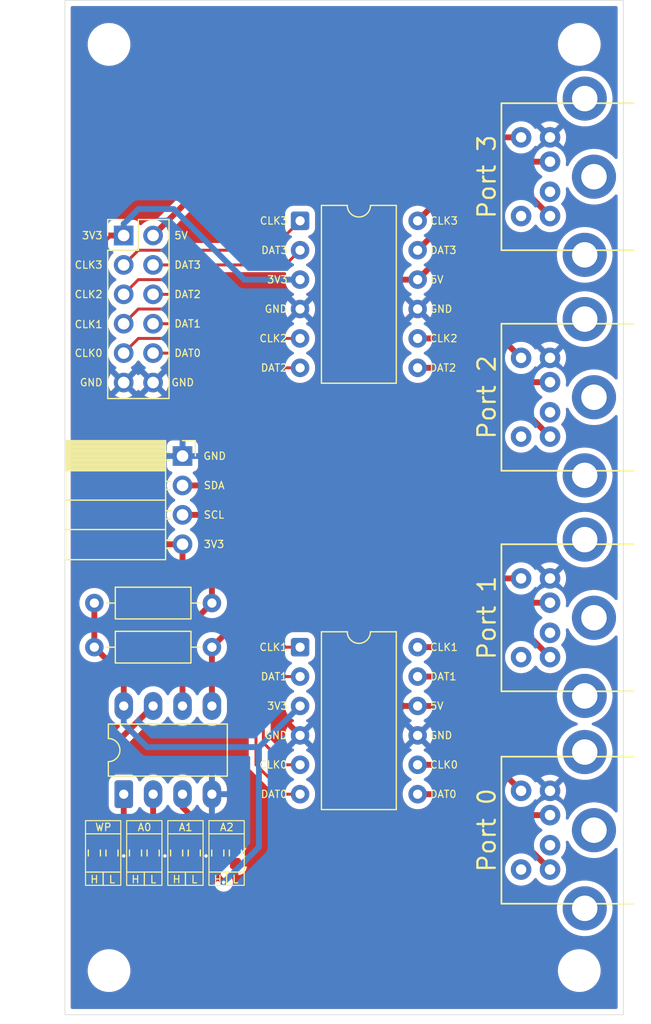
<source format=kicad_pcb>
(kicad_pcb (version 20241229) (generator "pcbnew") (generator_version "9.0")
  (layers (0 "F.Cu" signal) (2 "B.Cu" signal) (13 "F.Paste" user) (15 "B.Paste" user) (5 "F.SilkS" user "F.Silkscreen") (7 "B.SilkS" user "B.Silkscreen") (1 "F.Mask" user) (3 "B.Mask" user) (25 "Edge.Cuts" user))
  (net 0 "")
  (net 1 "/CLK1_{3V3}")
  (net 2 "/CLK3_{3V3}")
  (net 3 "GND")
  (net 4 "/DATA1_{3V3}")
  (net 5 "/CLK0_{3V3}")
  (net 6 "+3V3")
  (net 7 "/DATA2_{3V3}")
  (net 8 "/DATA0_{3V3}")
  (net 9 "/CLK2_{3V3}")
  (net 10 "/DATA0_{5V}")
  (net 11 "/CLK0_{5V}")
  (net 12 "+5V")
  (net 13 "/DATA1_{5V}")
  (net 14 "/CLK1_{5V}")
  (net 15 "/DATA3_{3V3}")
  (net 16 "/CLK3_{5V}")
  (net 17 "/CLK2_{5V}")
  (net 18 "/DATA2_{5V}")
  (net 19 "/DATA3_{5V}")
  (net 20 "/SDA")
  (net 21 "/SCL")
  (net 28 "/EE_{A2}")
  (net 29 "/EE_{A1}")
  (net 30 "/EE_{A0}")
  (net 31 "/EE_{WP}")
  (footprint "Resistor_THT:R_Axial_DIN0207_L6.3mm_D2.5mm_P10.16mm_Horizontal" (layer "F.Cu") (at 116.84 68.58)
    (property "Reference" "R109" (hide yes))
    (property "Value" "10K")
    (fp_line (start 1.04 0) (end 1.81 0) (stroke (width 0.12)) (layer "F.SilkS"))
    (fp_line (start 9.12 0) (end 8.35 0) (stroke (width 0.12)) (layer "F.SilkS"))
    (fp_rect (start 1.81 -1.37) (end 8.35 1.37) (stroke (width 0.12)) (fill no) (layer "F.SilkS"))
    (pad "1" thru_hole circle (at 0 0) (size 1.6 1.6) (drill 0.8) (layers "*.Cu" "*.Mask") (net 6 "+3V3"))
    (pad "2" thru_hole circle (at 10.16 0) (size 1.6 1.6) (drill 0.8) (layers "*.Cu" "*.Mask") (net 21 "/SCL"))
  )
  (footprint "MountingHole:MountingHole_3.2mm_M3_ISO7380" (layer "F.Cu") (at 158.75 100.33)
    (property "Reference" "H104" (hide yes))
    (property "Value" "M3")
    (pad "" np_thru_hole circle (at 0 0) (size 3.2 3.2) (drill 3.2) (layers "*.Cu" "*.Mask"))
  )
  (footprint "MountingHole:MountingHole_3.2mm_M3_ISO7380" (layer "F.Cu") (at 118.11 20.32)
    (property "Reference" "H101" (hide yes))
    (property "Value" "M3")
    (pad "" np_thru_hole circle (at 0 0) (size 3.2 3.2) (drill 3.2) (layers "*.Cu" "*.Mask"))
  )
  (footprint "Resistor_THT:R_Axial_DIN0207_L6.3mm_D2.5mm_P10.16mm_Horizontal" (layer "F.Cu") (at 116.84 72.39)
    (property "Reference" "R110" (hide yes))
    (property "Value" "10K")
    (fp_line (start 1.04 0) (end 1.81 0) (stroke (width 0.12)) (layer "F.SilkS"))
    (fp_line (start 9.12 0) (end 8.35 0) (stroke (width 0.12)) (layer "F.SilkS"))
    (fp_rect (start 1.81 -1.37) (end 8.35 1.37) (stroke (width 0.12)) (fill no) (layer "F.SilkS"))
    (pad "1" thru_hole circle (at 0 0) (size 1.6 1.6) (drill 0.8) (layers "*.Cu" "*.Mask") (net 6 "+3V3"))
    (pad "2" thru_hole circle (at 10.16 0) (size 1.6 1.6) (drill 0.8) (layers "*.Cu" "*.Mask") (net 20 "/SDA"))
  )
  (footprint "Resistor_SMD:R_0603_1608Metric_Pad0.98x0.95mm_HandSolder" (layer "F.Cu") (at 116.84 90.17 90)
    (property "Reference" "R107" (hide yes))
    (property "Value" "10K")
    (fp_line (start -0.254724 -0.5225) (end 0.254724 -0.5225) (stroke (width 0.12)) (layer "F.SilkS"))
    (fp_line (start -0.254724 0.5225) (end 0.254724 0.5225) (stroke (width 0.12)) (layer "F.SilkS"))
    (pad "1" smd roundrect (at -0.9125 0 90) (size 0.975 0.95) (layers "F.Cu" "F.Mask" "F.Paste") (net 6 "+3V3"))
    (pad "2" smd roundrect (at 0.9125 0 90) (size 0.975 0.95) (layers "F.Cu" "F.Mask" "F.Paste") (net 31 "/EE_{WP}"))
  )
  (footprint "Resistor_SMD:R_0603_1608Metric_Pad0.98x0.95mm_HandSolder" (layer "F.Cu") (at 127.508 90.17 90)
    (property "Reference" "R101" (hide yes))
    (property "Value" "10K")
    (fp_line (start -0.254724 -0.5225) (end 0.254724 -0.5225) (stroke (width 0.12)) (layer "F.SilkS"))
    (fp_line (start -0.254724 0.5225) (end 0.254724 0.5225) (stroke (width 0.12)) (layer "F.SilkS"))
    (pad "1" smd roundrect (at -0.9125 0 90) (size 0.975 0.95) (layers "F.Cu" "F.Mask" "F.Paste") (net 6 "+3V3"))
    (pad "2" smd roundrect (at 0.9125 0 90) (size 0.975 0.95) (layers "F.Cu" "F.Mask" "F.Paste") (net 28 "/EE_{A2}"))
  )
  (footprint "Footprints:J_Mini-DIN-6" (layer "F.Cu") (at 164.72 50.8 -90)
    (property "Reference" "J105" (hide yes))
    (property "Value" "Mini-DIN-6" (hide yes))
    (fp_line (start -6.35 12.7) (end 6.35 12.7) (stroke (width 0.15)) (layer "F.SilkS"))
    (fp_line (start 6.35 12.7) (end 6.35 1.27) (stroke (width 0.15)) (layer "F.SilkS"))
    (fp_line (start -6.35 1.27) (end -6.35 12.7) (stroke (width 0.15)) (layer "F.SilkS"))
    (pad "1" thru_hole circle (at -1.3 8.5 270) (size 1.778 1.778) (drill 0.9) (layers "*.Cu" "*.Mask") (net 18 "/DATA2_{5V}"))
    (pad "2" thru_hole circle (at 1.3 8.5 270) (size 1.778 1.778) (drill 0.9) (layers "*.Cu" "*.Mask"))
    (pad "3" thru_hole circle (at -3.4 8.5 270) (size 1.778 1.778) (drill 0.9) (layers "*.Cu" "*.Mask") (net 3 "GND"))
    (pad "4" thru_hole circle (at 3.4 8.5 270) (size 1.778 1.778) (drill 0.9) (layers "*.Cu" "*.Mask") (net 12 "+5V"))
    (pad "5" thru_hole circle (at -3.4 11 270) (size 1.778 1.778) (drill 0.9) (layers "*.Cu" "*.Mask") (net 17 "/CLK2_{5V}"))
    (pad "6" thru_hole circle (at 3.4 11 270) (size 1.778 1.778) (drill 0.9) (layers "*.Cu" "*.Mask"))
    (pad "C1" thru_hole circle (at -6.75 5.5 270) (size 3.81 3.81) (drill 2.2) (layers "*.Cu" "*.Mask"))
    (pad "C2" thru_hole circle (at 6.75 5.5 270) (size 3.81 3.81) (drill 2.2) (layers "*.Cu" "*.Mask"))
    (pad "SH" thru_hole circle (at 0 4.7 270) (size 3.81 3.81) (drill 2.2) (layers "*.Cu" "*.Mask"))
  )
  (footprint "Package_DIP:DIP-12_W10.16mm" (layer "F.Cu") (at 134.62 35.56)
    (property "Reference" "J107" (hide yes))
    (property "Value" "LVLSHIFT")
    (fp_line (start 1.845 -1.33) (end 1.845 14.03) (stroke (width 0.12)) (layer "F.SilkS"))
    (fp_line (start 1.845 14.03) (end 8.315 14.03) (stroke (width 0.12)) (layer "F.SilkS"))
    (fp_line (start 4.08 -1.33) (end 1.845 -1.33) (stroke (width 0.12)) (layer "F.SilkS"))
    (fp_line (start 8.315 -1.33) (end 6.08 -1.33) (stroke (width 0.12)) (layer "F.SilkS"))
    (fp_line (start 8.315 14.03) (end 8.315 -1.33) (stroke (width 0.12)) (layer "F.SilkS"))
    (fp_arc (start 6.08 -1.33) (mid 5.08 -0.33) (end 4.08 -1.33) (stroke (width 0.12)) (layer "F.SilkS"))
    (pad "1" thru_hole roundrect (at 0 0) (size 1.6 1.6) (drill 0.8) (layers "*.Cu" "*.Mask") (roundrect_rratio 0.15625) (net 2 "/CLK3_{3V3}"))
    (pad "2" thru_hole circle (at 0 2.54) (size 1.6 1.6) (drill 0.8) (layers "*.Cu" "*.Mask") (net 15 "/DATA3_{3V3}"))
    (pad "3" thru_hole circle (at 0 5.08) (size 1.6 1.6) (drill 0.8) (layers "*.Cu" "*.Mask") (net 6 "+3V3"))
    (pad "4" thru_hole circle (at 0 7.62) (size 1.6 1.6) (drill 0.8) (layers "*.Cu" "*.Mask") (net 3 "GND"))
    (pad "5" thru_hole circle (at 0 10.16) (size 1.6 1.6) (drill 0.8) (layers "*.Cu" "*.Mask") (net 9 "/CLK2_{3V3}"))
    (pad "6" thru_hole circle (at 0 12.7) (size 1.6 1.6) (drill 0.8) (layers "*.Cu" "*.Mask") (net 7 "/DATA2_{3V3}"))
    (pad "7" thru_hole circle (at 10.16 12.7) (size 1.6 1.6) (drill 0.8) (layers "*.Cu" "*.Mask") (net 18 "/DATA2_{5V}"))
    (pad "8" thru_hole circle (at 10.16 10.16) (size 1.6 1.6) (drill 0.8) (layers "*.Cu" "*.Mask") (net 17 "/CLK2_{5V}"))
    (pad "9" thru_hole circle (at 10.16 7.62) (size 1.6 1.6) (drill 0.8) (layers "*.Cu" "*.Mask") (net 3 "GND"))
    (pad "10" thru_hole circle (at 10.16 5.08) (size 1.6 1.6) (drill 0.8) (layers "*.Cu" "*.Mask") (net 12 "+5V"))
    (pad "11" thru_hole circle (at 10.16 2.54) (size 1.6 1.6) (drill 0.8) (layers "*.Cu" "*.Mask") (net 19 "/DATA3_{5V}"))
    (pad "12" thru_hole circle (at 10.16 0) (size 1.6 1.6) (drill 0.8) (layers "*.Cu" "*.Mask") (net 16 "/CLK3_{5V}"))
  )
  (footprint "Footprints:J_Mini-DIN-6" (layer "F.Cu") (at 164.72 69.85 -90)
    (property "Reference" "J102" (hide yes))
    (property "Value" "Mini-DIN-6" (hide yes))
    (fp_line (start -6.35 12.7) (end 6.35 12.7) (stroke (width 0.15)) (layer "F.SilkS"))
    (fp_line (start 6.35 12.7) (end 6.35 1.27) (stroke (width 0.15)) (layer "F.SilkS"))
    (fp_line (start -6.35 1.27) (end -6.35 12.7) (stroke (width 0.15)) (layer "F.SilkS"))
    (pad "1" thru_hole circle (at -1.3 8.5 270) (size 1.778 1.778) (drill 0.9) (layers "*.Cu" "*.Mask") (net 13 "/DATA1_{5V}"))
    (pad "2" thru_hole circle (at 1.3 8.5 270) (size 1.778 1.778) (drill 0.9) (layers "*.Cu" "*.Mask"))
    (pad "3" thru_hole circle (at -3.4 8.5 270) (size 1.778 1.778) (drill 0.9) (layers "*.Cu" "*.Mask") (net 3 "GND"))
    (pad "4" thru_hole circle (at 3.4 8.5 270) (size 1.778 1.778) (drill 0.9) (layers "*.Cu" "*.Mask") (net 12 "+5V"))
    (pad "5" thru_hole circle (at -3.4 11 270) (size 1.778 1.778) (drill 0.9) (layers "*.Cu" "*.Mask") (net 14 "/CLK1_{5V}"))
    (pad "6" thru_hole circle (at 3.4 11 270) (size 1.778 1.778) (drill 0.9) (layers "*.Cu" "*.Mask"))
    (pad "C1" thru_hole circle (at -6.75 5.5 270) (size 3.81 3.81) (drill 2.2) (layers "*.Cu" "*.Mask"))
    (pad "C2" thru_hole circle (at 6.75 5.5 270) (size 3.81 3.81) (drill 2.2) (layers "*.Cu" "*.Mask"))
    (pad "SH" thru_hole circle (at 0 4.7 270) (size 3.81 3.81) (drill 2.2) (layers "*.Cu" "*.Mask"))
  )
  (footprint "Resistor_SMD:R_0603_1608Metric_Pad0.98x0.95mm_HandSolder" (layer "F.Cu") (at 125.476 90.17 -90)
    (property "Reference" "R105" (hide yes))
    (property "Value" "10K")
    (fp_line (start -0.254724 0.5225) (end 0.254724 0.5225) (stroke (width 0.12)) (layer "F.SilkS"))
    (fp_line (start -0.254724 -0.5225) (end 0.254724 -0.5225) (stroke (width 0.12)) (layer "F.SilkS"))
    (pad "1" smd roundrect (at -0.9125 0 270) (size 0.975 0.95) (layers "F.Cu" "F.Mask" "F.Paste") (net 29 "/EE_{A1}"))
    (pad "2" smd roundrect (at 0.9125 0 270) (size 0.975 0.95) (layers "F.Cu" "F.Mask" "F.Paste") (net 3 "GND"))
  )
  (footprint "MountingHole:MountingHole_3.2mm_M3_ISO7380" (layer "F.Cu") (at 118.11 100.33)
    (property "Reference" "H103" (hide yes))
    (property "Value" "M3")
    (pad "" np_thru_hole circle (at 0 0) (size 3.2 3.2) (drill 3.2) (layers "*.Cu" "*.Mask"))
  )
  (footprint "MountingHole:MountingHole_3.2mm_M3_ISO7380" (layer "F.Cu") (at 158.75 20.32 -90)
    (property "Reference" "H102" (hide yes))
    (property "Value" "M3")
    (pad "" np_thru_hole circle (at 0 0 270) (size 3.2 3.2) (drill 3.2) (layers "*.Cu" "*.Mask"))
  )
  (footprint "Footprints:J_Mini-DIN-6" (layer "F.Cu") (at 164.72 31.75 -90)
    (property "Reference" "J104" (hide yes))
    (property "Value" "Mini-DIN-6" (hide yes))
    (fp_line (start -6.35 12.7) (end 6.35 12.7) (stroke (width 0.15)) (layer "F.SilkS"))
    (fp_line (start 6.35 12.7) (end 6.35 1.27) (stroke (width 0.15)) (layer "F.SilkS"))
    (fp_line (start -6.35 1.27) (end -6.35 12.7) (stroke (width 0.15)) (layer "F.SilkS"))
    (pad "1" thru_hole circle (at -1.3 8.5 270) (size 1.778 1.778) (drill 0.9) (layers "*.Cu" "*.Mask") (net 19 "/DATA3_{5V}"))
    (pad "2" thru_hole circle (at 1.3 8.5 270) (size 1.778 1.778) (drill 0.9) (layers "*.Cu" "*.Mask"))
    (pad "3" thru_hole circle (at -3.4 8.5 270) (size 1.778 1.778) (drill 0.9) (layers "*.Cu" "*.Mask") (net 3 "GND"))
    (pad "4" thru_hole circle (at 3.4 8.5 270) (size 1.778 1.778) (drill 0.9) (layers "*.Cu" "*.Mask") (net 12 "+5V"))
    (pad "5" thru_hole circle (at -3.4 11 270) (size 1.778 1.778) (drill 0.9) (layers "*.Cu" "*.Mask") (net 16 "/CLK3_{5V}"))
    (pad "6" thru_hole circle (at 3.4 11 270) (size 1.778 1.778) (drill 0.9) (layers "*.Cu" "*.Mask"))
    (pad "C1" thru_hole circle (at -6.75 5.5 270) (size 3.81 3.81) (drill 2.2) (layers "*.Cu" "*.Mask"))
    (pad "C2" thru_hole circle (at 6.75 5.5 270) (size 3.81 3.81) (drill 2.2) (layers "*.Cu" "*.Mask"))
    (pad "SH" thru_hole circle (at 0 4.7 270) (size 3.81 3.81) (drill 2.2) (layers "*.Cu" "*.Mask"))
  )
  (footprint "Package_DIP:DIP-8_W7.62mm_LongPads" (layer "F.Cu") (at 119.38 85.09 90)
    (property "Reference" "U101" (hide yes))
    (property "Value" "24LC64")
    (fp_line (start 6.06 -1.33) (end 4.81 -1.33) (stroke (width 0.12)) (layer "F.SilkS"))
    (fp_line (start 2.81 -1.33) (end 1.56 -1.33) (stroke (width 0.12)) (layer "F.SilkS"))
    (fp_line (start 1.56 -1.33) (end 1.56 8.95) (stroke (width 0.12)) (layer "F.SilkS"))
    (fp_line (start 6.06 8.95) (end 6.06 -1.33) (stroke (width 0.12)) (layer "F.SilkS"))
    (fp_line (start 1.56 8.95) (end 6.06 8.95) (stroke (width 0.12)) (layer "F.SilkS"))
    (fp_arc (start 4.81 -1.33) (mid 3.81 -0.33) (end 2.81 -1.33) (stroke (width 0.12)) (layer "F.SilkS"))
    (pad "1" thru_hole roundrect (at 0 0 90) (size 2.4 1.6) (drill 0.8) (layers "*.Cu" "*.Mask") (roundrect_rratio 0.15625) (net 30 "/EE_{A0}"))
    (pad "2" thru_hole oval (at 0 2.54 90) (size 2.4 1.6) (drill 0.8) (layers "*.Cu" "*.Mask") (net 29 "/EE_{A1}"))
    (pad "3" thru_hole oval (at 0 5.08 90) (size 2.4 1.6) (drill 0.8) (layers "*.Cu" "*.Mask") (net 28 "/EE_{A2}"))
    (pad "4" thru_hole oval (at 0 7.62 90) (size 2.4 1.6) (drill 0.8) (layers "*.Cu" "*.Mask") (net 3 "GND"))
    (pad "5" thru_hole oval (at 7.62 7.62 90) (size 2.4 1.6) (drill 0.8) (layers "*.Cu" "*.Mask") (net 20 "/SDA"))
    (pad "6" thru_hole oval (at 7.62 5.08 90) (size 2.4 1.6) (drill 0.8) (layers "*.Cu" "*.Mask") (net 21 "/SCL"))
    (pad "7" thru_hole oval (at 7.62 2.54 90) (size 2.4 1.6) (drill 0.8) (layers "*.Cu" "*.Mask") (net 31 "/EE_{WP}"))
    (pad "8" thru_hole oval (at 7.62 0 90) (size 2.4 1.6) (drill 0.8) (layers "*.Cu" "*.Mask") (net 6 "+3V3"))
  )
  (footprint "Resistor_SMD:R_0603_1608Metric_Pad0.98x0.95mm_HandSolder" (layer "F.Cu") (at 129.032 90.17 -90)
    (property "Reference" "R104" (hide yes))
    (property "Value" "10K")
    (fp_line (start -0.254724 0.5225) (end 0.254724 0.5225) (stroke (width 0.12)) (layer "F.SilkS"))
    (fp_line (start -0.254724 -0.5225) (end 0.254724 -0.5225) (stroke (width 0.12)) (layer "F.SilkS"))
    (pad "1" smd roundrect (at -0.9125 0 270) (size 0.975 0.95) (layers "F.Cu" "F.Mask" "F.Paste") (net 28 "/EE_{A2}"))
    (pad "2" smd roundrect (at 0.9125 0 270) (size 0.975 0.95) (layers "F.Cu" "F.Mask" "F.Paste") (net 3 "GND"))
  )
  (footprint "Connector_PinSocket_2.54mm:PinSocket_1x04_P2.54mm_Horizontal" (layer "F.Cu") (at 124.46 55.88)
    (property "Reference" "J108" (hide yes))
    (property "Value" "QWIIC")
    (fp_line (start -10.09 -1.33) (end -10.09 8.95) (stroke (width 0.12)) (layer "F.SilkS"))
    (fp_line (start -10.09 -1.33) (end -1.46 -1.33) (stroke (width 0.12)) (layer "F.SilkS"))
    (fp_line (start -10.09 -1.21) (end -1.46 -1.21) (stroke (width 0.12)) (layer "F.SilkS"))
    (fp_line (start -10.09 -1.091905) (end -1.46 -1.091905) (stroke (width 0.12)) (layer "F.SilkS"))
    (fp_line (start -10.09 -0.97381) (end -1.46 -0.97381) (stroke (width 0.12)) (layer "F.SilkS"))
    (fp_line (start -10.09 -0.855715) (end -1.46 -0.855715) (stroke (width 0.12)) (layer "F.SilkS"))
    (fp_line (start -10.09 -0.73762) (end -1.46 -0.73762) (stroke (width 0.12)) (layer "F.SilkS"))
    (fp_line (start -10.09 -0.619525) (end -1.46 -0.619525) (stroke (width 0.12)) (layer "F.SilkS"))
    (fp_line (start -10.09 -0.50143) (end -1.46 -0.50143) (stroke (width 0.12)) (layer "F.SilkS"))
    (fp_line (start -10.09 -0.383335) (end -1.46 -0.383335) (stroke (width 0.12)) (layer "F.SilkS"))
    (fp_line (start -10.09 -0.26524) (end -1.46 -0.26524) (stroke (width 0.12)) (layer "F.SilkS"))
    (fp_line (start -10.09 -0.147145) (end -1.46 -0.147145) (stroke (width 0.12)) (layer "F.SilkS"))
    (fp_line (start -10.09 -0.02905) (end -1.46 -0.02905) (stroke (width 0.12)) (layer "F.SilkS"))
    (fp_line (start -10.09 0.089045) (end -1.46 0.089045) (stroke (width 0.12)) (layer "F.SilkS"))
    (fp_line (start -10.09 0.20714) (end -1.46 0.20714) (stroke (width 0.12)) (layer "F.SilkS"))
    (fp_line (start -10.09 0.325235) (end -1.46 0.325235) (stroke (width 0.12)) (layer "F.SilkS"))
    (fp_line (start -10.09 0.44333) (end -1.46 0.44333) (stroke (width 0.12)) (layer "F.SilkS"))
    (fp_line (start -10.09 0.561425) (end -1.46 0.561425) (stroke (width 0.12)) (layer "F.SilkS"))
    (fp_line (start -10.09 0.67952) (end -1.46 0.67952) (stroke (width 0.12)) (layer "F.SilkS"))
    (fp_line (start -10.09 0.797615) (end -1.46 0.797615) (stroke (width 0.12)) (layer "F.SilkS"))
    (fp_line (start -10.09 0.91571) (end -1.46 0.91571) (stroke (width 0.12)) (layer "F.SilkS"))
    (fp_line (start -10.09 1.033805) (end -1.46 1.033805) (stroke (width 0.12)) (layer "F.SilkS"))
    (fp_line (start -10.09 1.1519) (end -1.46 1.1519) (stroke (width 0.12)) (layer "F.SilkS"))
    (fp_line (start -10.09 1.27) (end -1.46 1.27) (stroke (width 0.12)) (layer "F.SilkS"))
    (fp_line (start -10.09 3.81) (end -1.46 3.81) (stroke (width 0.12)) (layer "F.SilkS"))
    (fp_line (start -10.09 6.35) (end -1.46 6.35) (stroke (width 0.12)) (layer "F.SilkS"))
    (fp_line (start -10.09 8.95) (end -1.46 8.95) (stroke (width 0.12)) (layer "F.SilkS"))
    (fp_line (start -1.46 -1.33) (end -1.46 8.95) (stroke (width 0.12)) (layer "F.SilkS"))
    (fp_line (start -1.46 -0.36) (end -1.11 -0.36) (stroke (width 0.12)) (layer "F.SilkS"))
    (fp_line (start -1.46 0.36) (end -1.11 0.36) (stroke (width 0.12)) (layer "F.SilkS"))
    (fp_line (start -1.46 2.18) (end -1.05 2.18) (stroke (width 0.12)) (layer "F.SilkS"))
    (fp_line (start -1.46 2.9) (end -1.05 2.9) (stroke (width 0.12)) (layer "F.SilkS"))
    (fp_line (start -1.46 4.72) (end -1.05 4.72) (stroke (width 0.12)) (layer "F.SilkS"))
    (fp_line (start -1.46 5.44) (end -1.05 5.44) (stroke (width 0.12)) (layer "F.SilkS"))
    (fp_line (start -1.46 7.26) (end -1.05 7.26) (stroke (width 0.12)) (layer "F.SilkS"))
    (fp_line (start -1.46 7.98) (end -1.05 7.98) (stroke (width 0.12)) (layer "F.SilkS"))
    (fp_line (start 0 -1.33) (end 1.11 -1.33) (stroke (width 0.12)) (layer "F.SilkS"))
    (fp_line (start 1.11 -1.33) (end 1.11 0) (stroke (width 0.12)) (layer "F.SilkS"))
    (pad "1" thru_hole rect (at 0 0) (size 1.7 1.7) (drill 1) (layers "*.Cu" "*.Mask") (net 3 "GND"))
    (pad "2" thru_hole circle (at 0 2.54) (size 1.7 1.7) (drill 1) (layers "*.Cu" "*.Mask") (net 20 "/SDA"))
    (pad "3" thru_hole circle (at 0 5.08) (size 1.7 1.7) (drill 1) (layers "*.Cu" "*.Mask") (net 21 "/SCL"))
    (pad "4" thru_hole circle (at 0 7.62) (size 1.7 1.7) (drill 1) (layers "*.Cu" "*.Mask") (net 6 "+3V3"))
  )
  (footprint "Package_DIP:DIP-12_W10.16mm" (layer "F.Cu") (at 134.62 72.39)
    (property "Reference" "J106" (hide yes))
    (property "Value" "LVLSHIFT")
    (fp_line (start 1.845 -1.33) (end 1.845 14.03) (stroke (width 0.12)) (layer "F.SilkS"))
    (fp_line (start 1.845 14.03) (end 8.315 14.03) (stroke (width 0.12)) (layer "F.SilkS"))
    (fp_line (start 4.08 -1.33) (end 1.845 -1.33) (stroke (width 0.12)) (layer "F.SilkS"))
    (fp_line (start 8.315 -1.33) (end 6.08 -1.33) (stroke (width 0.12)) (layer "F.SilkS"))
    (fp_line (start 8.315 14.03) (end 8.315 -1.33) (stroke (width 0.12)) (layer "F.SilkS"))
    (fp_arc (start 6.08 -1.33) (mid 5.08 -0.33) (end 4.08 -1.33) (stroke (width 0.12)) (layer "F.SilkS"))
    (pad "1" thru_hole roundrect (at 0 0) (size 1.6 1.6) (drill 0.8) (layers "*.Cu" "*.Mask") (roundrect_rratio 0.15625) (net 1 "/CLK1_{3V3}"))
    (pad "2" thru_hole circle (at 0 2.54) (size 1.6 1.6) (drill 0.8) (layers "*.Cu" "*.Mask") (net 4 "/DATA1_{3V3}"))
    (pad "3" thru_hole circle (at 0 5.08) (size 1.6 1.6) (drill 0.8) (layers "*.Cu" "*.Mask") (net 6 "+3V3"))
    (pad "4" thru_hole circle (at 0 7.62) (size 1.6 1.6) (drill 0.8) (layers "*.Cu" "*.Mask") (net 3 "GND"))
    (pad "5" thru_hole circle (at 0 10.16) (size 1.6 1.6) (drill 0.8) (layers "*.Cu" "*.Mask") (net 5 "/CLK0_{3V3}"))
    (pad "6" thru_hole circle (at 0 12.7) (size 1.6 1.6) (drill 0.8) (layers "*.Cu" "*.Mask") (net 8 "/DATA0_{3V3}"))
    (pad "7" thru_hole circle (at 10.16 12.7) (size 1.6 1.6) (drill 0.8) (layers "*.Cu" "*.Mask") (net 10 "/DATA0_{5V}"))
    (pad "8" thru_hole circle (at 10.16 10.16) (size 1.6 1.6) (drill 0.8) (layers "*.Cu" "*.Mask") (net 11 "/CLK0_{5V}"))
    (pad "9" thru_hole circle (at 10.16 7.62) (size 1.6 1.6) (drill 0.8) (layers "*.Cu" "*.Mask") (net 3 "GND"))
    (pad "10" thru_hole circle (at 10.16 5.08) (size 1.6 1.6) (drill 0.8) (layers "*.Cu" "*.Mask") (net 12 "+5V"))
    (pad "11" thru_hole circle (at 10.16 2.54) (size 1.6 1.6) (drill 0.8) (layers "*.Cu" "*.Mask") (net 13 "/DATA1_{5V}"))
    (pad "12" thru_hole circle (at 10.16 0) (size 1.6 1.6) (drill 0.8) (layers "*.Cu" "*.Mask") (net 14 "/CLK1_{5V}"))
  )
  (footprint "Resistor_SMD:R_0603_1608Metric_Pad0.98x0.95mm_HandSolder" (layer "F.Cu") (at 120.396 90.17 90)
    (property "Reference" "R103" (hide yes))
    (property "Value" "10K")
    (fp_line (start -0.254724 -0.5225) (end 0.254724 -0.5225) (stroke (width 0.12)) (layer "F.SilkS"))
    (fp_line (start -0.254724 0.5225) (end 0.254724 0.5225) (stroke (width 0.12)) (layer "F.SilkS"))
    (pad "1" smd roundrect (at -0.9125 0 90) (size 0.975 0.95) (layers "F.Cu" "F.Mask" "F.Paste") (net 6 "+3V3"))
    (pad "2" smd roundrect (at 0.9125 0 90) (size 0.975 0.95) (layers "F.Cu" "F.Mask" "F.Paste") (net 30 "/EE_{A0}"))
  )
  (footprint "Connector_PinHeader_2.54mm:PinHeader_2x06_P2.54mm_Vertical" (layer "F.Cu") (at 119.375 36.83)
    (property "Reference" "J101" (hide yes))
    (property "Value" "Conn_02x06_Counter_Clockwise")
    (fp_line (start -1.38 -1.38) (end 0 -1.38) (stroke (width 0.12)) (layer "F.SilkS"))
    (fp_line (start -1.38 0) (end -1.38 -1.38) (stroke (width 0.12)) (layer "F.SilkS"))
    (fp_line (start -1.38 1.27) (end -1.38 14.08) (stroke (width 0.12)) (layer "F.SilkS"))
    (fp_line (start -1.38 1.27) (end 1.27 1.27) (stroke (width 0.12)) (layer "F.SilkS"))
    (fp_line (start -1.38 14.08) (end 3.92 14.08) (stroke (width 0.12)) (layer "F.SilkS"))
    (fp_line (start 1.27 -1.38) (end 3.92 -1.38) (stroke (width 0.12)) (layer "F.SilkS"))
    (fp_line (start 1.27 1.27) (end 1.27 -1.38) (stroke (width 0.12)) (layer "F.SilkS"))
    (fp_line (start 3.92 -1.38) (end 3.92 14.08) (stroke (width 0.12)) (layer "F.SilkS"))
    (pad "1" thru_hole rect (at 0 0) (size 1.7 1.7) (drill 1) (layers "*.Cu" "*.Mask") (net 6 "+3V3"))
    (pad "2" thru_hole circle (at 2.54 0) (size 1.7 1.7) (drill 1) (layers "*.Cu" "*.Mask") (net 12 "+5V"))
    (pad "3" thru_hole circle (at 0 2.54) (size 1.7 1.7) (drill 1) (layers "*.Cu" "*.Mask") (net 2 "/CLK3_{3V3}"))
    (pad "4" thru_hole circle (at 2.54 2.54) (size 1.7 1.7) (drill 1) (layers "*.Cu" "*.Mask") (net 15 "/DATA3_{3V3}"))
    (pad "5" thru_hole circle (at 0 5.08) (size 1.7 1.7) (drill 1) (layers "*.Cu" "*.Mask") (net 9 "/CLK2_{3V3}"))
    (pad "6" thru_hole circle (at 2.54 5.08) (size 1.7 1.7) (drill 1) (layers "*.Cu" "*.Mask") (net 7 "/DATA2_{3V3}"))
    (pad "7" thru_hole circle (at 0 7.62) (size 1.7 1.7) (drill 1) (layers "*.Cu" "*.Mask") (net 1 "/CLK1_{3V3}"))
    (pad "8" thru_hole circle (at 2.54 7.62) (size 1.7 1.7) (drill 1) (layers "*.Cu" "*.Mask") (net 4 "/DATA1_{3V3}"))
    (pad "9" thru_hole circle (at 0 10.16) (size 1.7 1.7) (drill 1) (layers "*.Cu" "*.Mask") (net 5 "/CLK0_{3V3}"))
    (pad "10" thru_hole circle (at 2.54 10.16) (size 1.7 1.7) (drill 1) (layers "*.Cu" "*.Mask") (net 8 "/DATA0_{3V3}"))
    (pad "11" thru_hole circle (at 0 12.7) (size 1.7 1.7) (drill 1) (layers "*.Cu" "*.Mask") (net 3 "GND"))
    (pad "12" thru_hole circle (at 2.54 12.7) (size 1.7 1.7) (drill 1) (layers "*.Cu" "*.Mask") (net 3 "GND"))
  )
  (footprint "Footprints:J_Mini-DIN-6" (layer "F.Cu") (at 164.72 88.2 -90)
    (property "Reference" "J103" (hide yes))
    (property "Value" "Mini-DIN-6" (hide yes))
    (fp_line (start -6.35 12.7) (end 6.35 12.7) (stroke (width 0.15)) (layer "F.SilkS"))
    (fp_line (start 6.35 12.7) (end 6.35 1.27) (stroke (width 0.15)) (layer "F.SilkS"))
    (fp_line (start -6.35 1.27) (end -6.35 12.7) (stroke (width 0.15)) (layer "F.SilkS"))
    (pad "1" thru_hole circle (at -1.3 8.5 270) (size 1.778 1.778) (drill 0.9) (layers "*.Cu" "*.Mask") (net 10 "/DATA0_{5V}"))
    (pad "2" thru_hole circle (at 1.3 8.5 270) (size 1.778 1.778) (drill 0.9) (layers "*.Cu" "*.Mask"))
    (pad "3" thru_hole circle (at -3.4 8.5 270) (size 1.778 1.778) (drill 0.9) (layers "*.Cu" "*.Mask") (net 3 "GND"))
    (pad "4" thru_hole circle (at 3.4 8.5 270) (size 1.778 1.778) (drill 0.9) (layers "*.Cu" "*.Mask") (net 12 "+5V"))
    (pad "5" thru_hole circle (at -3.4 11 270) (size 1.778 1.778) (drill 0.9) (layers "*.Cu" "*.Mask") (net 11 "/CLK0_{5V}"))
    (pad "6" thru_hole circle (at 3.4 11 270) (size 1.778 1.778) (drill 0.9) (layers "*.Cu" "*.Mask"))
    (pad "C1" thru_hole circle (at -6.75 5.5 270) (size 3.81 3.81) (drill 2.2) (layers "*.Cu" "*.Mask"))
    (pad "C2" thru_hole circle (at 6.75 5.5 270) (size 3.81 3.81) (drill 2.2) (layers "*.Cu" "*.Mask"))
    (pad "SH" thru_hole circle (at 0 4.7 270) (size 3.81 3.81) (drill 2.2) (layers "*.Cu" "*.Mask"))
  )
  (footprint "Resistor_SMD:R_0603_1608Metric_Pad0.98x0.95mm_HandSolder" (layer "F.Cu") (at 121.92 90.17 -90)
    (property "Reference" "R106" (hide yes))
    (property "Value" "10K")
    (fp_line (start -0.254724 0.5225) (end 0.254724 0.5225) (stroke (width 0.12)) (layer "F.SilkS"))
    (fp_line (start -0.254724 -0.5225) (end 0.254724 -0.5225) (stroke (width 0.12)) (layer "F.SilkS"))
    (pad "1" smd roundrect (at -0.9125 0 270) (size 0.975 0.95) (layers "F.Cu" "F.Mask" "F.Paste") (net 30 "/EE_{A0}"))
    (pad "2" smd roundrect (at 0.9125 0 270) (size 0.975 0.95) (layers "F.Cu" "F.Mask" "F.Paste") (net 3 "GND"))
  )
  (footprint "Resistor_SMD:R_0603_1608Metric_Pad0.98x0.95mm_HandSolder" (layer "F.Cu") (at 123.952 90.17 90)
    (property "Reference" "R102" (hide yes))
    (property "Value" "10K")
    (fp_line (start -0.254724 -0.5225) (end 0.254724 -0.5225) (stroke (width 0.12)) (layer "F.SilkS"))
    (fp_line (start -0.254724 0.5225) (end 0.254724 0.5225) (stroke (width 0.12)) (layer "F.SilkS"))
    (pad "1" smd roundrect (at -0.9125 0 90) (size 0.975 0.95) (layers "F.Cu" "F.Mask" "F.Paste") (net 6 "+3V3"))
    (pad "2" smd roundrect (at 0.9125 0 90) (size 0.975 0.95) (layers "F.Cu" "F.Mask" "F.Paste") (net 29 "/EE_{A1}"))
  )
  (footprint "Resistor_SMD:R_0603_1608Metric_Pad0.98x0.95mm_HandSolder" (layer "F.Cu") (at 118.364 90.17 -90)
    (property "Reference" "R108" (hide yes))
    (property "Value" "10K")
    (fp_line (start -0.254724 0.5225) (end 0.254724 0.5225) (stroke (width 0.12)) (layer "F.SilkS"))
    (fp_line (start -0.254724 -0.5225) (end 0.254724 -0.5225) (stroke (width 0.12)) (layer "F.SilkS"))
    (pad "1" smd roundrect (at -0.9125 0 270) (size 0.975 0.95) (layers "F.Cu" "F.Mask" "F.Paste") (net 31 "/EE_{WP}"))
    (pad "2" smd roundrect (at 0.9125 0 270) (size 0.975 0.95) (layers "F.Cu" "F.Mask" "F.Paste") (net 3 "GND"))
  )
  (gr_rect (start 119.634 91.82) (end 121.158 92.964) (stroke (width 0.1)) (fill no) (layer "F.SilkS"))
  (gr_rect (start 124.714 91.82) (end 126.238 92.964) (stroke (width 0.1)) (fill no) (layer "F.SilkS"))
  (gr_rect (start 123.19 88.52) (end 126.238 91.82) (stroke (width 0.1)) (fill no) (layer "F.SilkS"))
  (gr_rect (start 119.634 88.52) (end 122.682 91.82) (stroke (width 0.1)) (fill no) (layer "F.SilkS"))
  (gr_rect (start 117.602 91.82) (end 119.126 92.964) (stroke (width 0.1)) (fill no) (layer "F.SilkS"))
  (gr_rect (start 123.19 91.82) (end 124.714 92.964) (stroke (width 0.1)) (fill no) (layer "F.SilkS"))
  (gr_rect (start 116.078 87.376) (end 119.126 88.52) (stroke (width 0.1)) (fill no) (layer "F.SilkS"))
  (gr_rect (start 128.27 91.82) (end 129.794 92.964) (stroke (width 0.1)) (fill no) (layer "F.SilkS"))
  (gr_rect (start 123.19 87.376) (end 126.238 88.52) (stroke (width 0.1)) (fill no) (layer "F.SilkS"))
  (gr_rect (start 126.746 87.376) (end 129.794 88.52) (stroke (width 0.1)) (fill no) (layer "F.SilkS"))
  (gr_rect (start 116.078 88.52) (end 119.126 91.82) (stroke (width 0.1)) (fill no) (layer "F.SilkS"))
  (gr_rect (start 126.746 88.52) (end 129.794 91.82) (stroke (width 0.1)) (fill no) (layer "F.SilkS"))
  (gr_rect (start 116.078 91.82) (end 117.602 92.964) (stroke (width 0.1)) (fill no) (layer "F.SilkS"))
  (gr_rect (start 119.634 87.376) (end 122.682 88.52) (stroke (width 0.1)) (fill no) (layer "F.SilkS"))
  (gr_rect (start 121.158 91.82) (end 122.682 92.964) (stroke (width 0.1)) (fill no) (layer "F.SilkS"))
  (gr_rect (start 126.746 91.82) (end 128.27 92.964) (stroke (width 0.1)) (fill no) (layer "F.SilkS"))
  (gr_rect (start 114.3 16.51) (end 162.56 104.14) (stroke (width 0.05)) (fill no) (layer "Edge.Cuts"))
  (gr_text "5V" (at 145.796 40.64 0) (layer "F.SilkS") (effects (font (size 0.635 0.635) (thickness 0.1)) (justify left)))
  (gr_text "H" (at 127.508 92.456 0) (layer "F.SilkS") (effects (font (size 0.65 0.65) (thickness 0.1))))
  (gr_text "CLK1" (at 117.602 44.505 0) (layer "F.SilkS") (effects (font (size 0.635 0.635) (thickness 0.1)) (justify right)))
  (gr_text "GND" (at 117.602 49.53 0) (layer "F.SilkS") (effects (font (size 0.635 0.635) (thickness 0.1)) (justify right)))
  (gr_text "Port 2" (at 151.638 50.8 90) (layer "F.SilkS") (effects (font (size 1.5 1.5) (thickness 0.2) (bold yes)) (justify bottom)))
  (gr_text "DAT1" (at 123.698 44.45 0) (layer "F.SilkS") (effects (font (size 0.635 0.635) (thickness 0.1)) (justify left)))
  (gr_text "L" (at 118.364 92.456 0) (layer "F.SilkS") (effects (font (size 0.65 0.65) (thickness 0.1))))
  (gr_text "GND" (at 123.444 49.53 0) (layer "F.SilkS") (effects (font (size 0.635 0.635) (thickness 0.1)) (justify left)))
  (gr_text "DAT3" (at 145.796 38.1 0) (layer "F.SilkS") (effects (font (size 0.635 0.635) (thickness 0.1)) (justify left)))
  (gr_text "L" (at 129.032 92.456 0) (layer "F.SilkS") (effects (font (size 0.65 0.65) (thickness 0.1))))
  (gr_text "H" (at 120.396 92.456 0) (layer "F.SilkS") (effects (font (size 0.65 0.65) (thickness 0.1))))
  (gr_text "3V3" (at 133.604 40.64 0) (layer "F.SilkS") (effects (font (size 0.635 0.635) (thickness 0.1)) (justify right)))
  (gr_text "CLK0" (at 145.796 82.55 0) (layer "F.SilkS") (effects (font (size 0.635 0.635) (thickness 0.1)) (justify left)))
  (gr_text "L" (at 125.476 92.456 0) (layer "F.SilkS") (effects (font (size 0.65 0.65) (thickness 0.1))))
  (gr_text "DAT2" (at 145.762 48.26 0) (layer "F.SilkS") (effects (font (size 0.635 0.635) (thickness 0.1)) (justify left)))
  (gr_text "DAT2" (at 123.695 41.91 0) (layer "F.SilkS") (effects (font (size 0.635 0.635) (thickness 0.1)) (justify left)))
  (gr_text "A2" (at 128.286 87.948 0) (layer "F.SilkS") (effects (font (size 0.65 0.65) (thickness 0.1))))
  (gr_text "H" (at 116.84 92.456 0) (layer "F.SilkS") (effects (font (size 0.65 0.65) (thickness 0.1))))
  (gr_text "CLK3" (at 145.796 35.56 0) (layer "F.SilkS") (effects (font (size 0.635 0.635) (thickness 0.1)) (justify left)))
  (gr_text "GND" (at 145.762 43.18 0) (layer "F.SilkS") (effects (font (size 0.635 0.635) (thickness 0.1)) (justify left)))
  (gr_text "DAT0" (at 145.796 85.09 0) (layer "F.SilkS") (effects (font (size 0.635 0.635) (thickness 0.1)) (justify left)))
  (gr_text "CLK2" (at 145.762 45.72 0) (layer "F.SilkS") (effects (font (size 0.635 0.635) (thickness 0.1)) (justify left)))
  (gr_text "H" (at 123.952 92.456 0) (layer "F.SilkS") (effects (font (size 0.65 0.65) (thickness 0.1))))
  (gr_text "Port 3" (at 151.638 31.75 90) (layer "F.SilkS") (effects (font (size 1.5 1.5) (thickness 0.2) (bold yes)) (justify bottom)))
  (gr_text "A1" (at 124.73 87.948 0) (layer "F.SilkS") (effects (font (size 0.65 0.65) (thickness 0.1))))
  (gr_text "DAT0" (at 133.57 85.09 0) (layer "F.SilkS") (effects (font (size 0.635 0.635) (thickness 0.1)) (justify right)))
  (gr_text "DAT1" (at 133.57 74.93 0) (layer "F.SilkS") (effects (font (size 0.635 0.635) (thickness 0.1)) (justify right)))
  (gr_text "5V" (at 145.796 77.47 0) (layer "F.SilkS") (effects (font (size 0.635 0.635) (thickness 0.1)) (justify left)))
  (gr_text "A0" (at 121.174 87.948 0) (layer "F.SilkS") (effects (font (size 0.65 0.65) (thickness 0.1))))
  (gr_text "CLK1" (at 145.796 72.39 0) (layer "F.SilkS") (effects (font (size 0.635 0.635) (thickness 0.1)) (justify left)))
  (gr_text "GND" (at 145.762 80.01 0) (layer "F.SilkS") (effects (font (size 0.635 0.635) (thickness 0.1)) (justify left)))
  (gr_text "GND" (at 133.57 43.18 0) (layer "F.SilkS") (effects (font (size 0.635 0.635) (thickness 0.1)) (justify right)))
  (gr_text "3V3" (at 117.602 36.83 0) (layer "F.SilkS") (effects (font (size 0.635 0.635) (thickness 0.1)) (justify right)))
  (gr_text "DAT1" (at 145.796 74.93 0) (layer "F.SilkS") (effects (font (size 0.635 0.635) (thickness 0.1)) (justify left)))
  (gr_text "CLK2" (at 133.57 45.72 0) (layer "F.SilkS") (effects (font (size 0.635 0.635) (thickness 0.1)) (justify right)))
  (gr_text "5V" (at 123.698 36.83 0) (layer "F.SilkS") (effects (font (size 0.635 0.635) (thickness 0.1)) (justify left)))
  (gr_text "Port 1" (at 151.638 69.85 90) (layer "F.SilkS") (effects (font (size 1.5 1.5) (thickness 0.2) (bold yes)) (justify bottom)))
  (gr_text "DAT3" (at 123.698 39.37 0) (layer "F.SilkS") (effects (font (size 0.635 0.635) (thickness 0.1)) (justify left)))
  (gr_text "GND" (at 133.57 80.01 0) (layer "F.SilkS") (effects (font (size 0.635 0.635) (thickness 0.1)) (justify right)))
  (gr_text "Port 0" (at 151.638 88.2 90) (layer "F.SilkS") (effects (font (size 1.5 1.5) (thickness 0.2) (bold yes)) (justify bottom)))
  (gr_text "CLK3" (at 133.604 35.56 0) (layer "F.SilkS") (effects (font (size 0.635 0.635) (thickness 0.1)) (justify right)))
  (gr_text "DAT3" (at 133.604 38.1 0) (layer "F.SilkS") (effects (font (size 0.635 0.635) (thickness 0.1)) (justify right)))
  (gr_text "CLK2" (at 117.602 41.91 0) (layer "F.SilkS") (effects (font (size 0.635 0.635) (thickness 0.1)) (justify right)))
  (gr_text "CLK0" (at 133.57 82.55 0) (layer "F.SilkS") (effects (font (size 0.635 0.635) (thickness 0.1)) (justify right)))
  (gr_text "CLK3" (at 117.602 39.37 0) (layer "F.SilkS") (effects (font (size 0.635 0.635) (thickness 0.1)) (justify right)))
  (gr_text "GND" (at 126.21 55.88 0) (layer "F.SilkS") (effects (font (size 0.635 0.635) (thickness 0.1)) (justify left)))
  (gr_text "CLK0" (at 117.602 46.99 0) (layer "F.SilkS") (effects (font (size 0.635 0.635) (thickness 0.1)) (justify right)))
  (gr_text "WP" (at 117.618 87.948 0) (layer "F.SilkS") (effects (font (size 0.65 0.65) (thickness 0.1))))
  (gr_text "3V3" (at 126.238 63.5 0) (layer "F.SilkS") (effects (font (size 0.635 0.635) (thickness 0.1)) (justify left)))
  (gr_text "SCL" (at 126.238 60.96 0) (layer "F.SilkS") (effects (font (size 0.635 0.635) (thickness 0.1)) (justify left)))
  (gr_text "CLK1" (at 133.57 72.39 0) (layer "F.SilkS") (effects (font (size 0.635 0.635) (thickness 0.1)) (justify right)))
  (gr_text "3V3" (at 133.604 77.47 0) (layer "F.SilkS") (effects (font (size 0.635 0.635) (thickness 0.1)) (justify right)))
  (gr_text "DAT0" (at 123.698 46.99 0) (layer "F.SilkS") (effects (font (size 0.635 0.635) (thickness 0.1)) (justify left)))
  (gr_text "SDA" (at 126.238 58.42 0) (layer "F.SilkS") (effects (font (size 0.635 0.635) (thickness 0.1)) (justify left)))
  (gr_text "L" (at 121.92 92.456 0) (layer "F.SilkS") (effects (font (size 0.65 0.65) (thickness 0.1))))
  (gr_text "DAT2" (at 133.57 48.26 0) (layer "F.SilkS") (effects (font (size 0.635 0.635) (thickness 0.1)) (justify right)))
  (segment (start 134.62 72.39) (end 133.35 72.39) (width 0.254) (layer "F.Cu") (net 1))
  (segment (start 132.715 51.435) (end 124.46 43.18) (width 0.254) (layer "F.Cu") (net 1))
  (segment (start 124.46 43.18) (end 120.645 43.18) (width 0.254) (layer "F.Cu") (net 1))
  (segment (start 120.645 43.18) (end 119.375 44.45) (width 0.254) (layer "F.Cu") (net 1))
  (segment (start 132.715 71.755) (end 132.715 51.435) (width 0.254) (layer "F.Cu") (net 1))
  (segment (start 133.35 72.39) (end 132.715 71.755) (width 0.254) (layer "F.Cu") (net 1))
  (segment (start 120.645 38.1) (end 132.08 38.1) (width 0.254) (layer "F.Cu") (net 2))
  (segment (start 132.08 38.1) (end 134.62 35.56) (width 0.254) (layer "F.Cu") (net 2))
  (segment (start 119.375 39.37) (end 120.645 38.1) (width 0.254) (layer "F.Cu") (net 2))
  (segment (start 125.8335 91.0825) (end 126.492 90.424) (width 0.508) (layer "F.Cu") (net 3))
  (segment (start 122.2775 91.0825) (end 122.936 90.424) (width 0.508) (layer "F.Cu") (net 3))
  (segment (start 118.364 91.0825) (end 118.7215 91.0825) (width 0.508) (layer "F.Cu") (net 3))
  (segment (start 121.92 91.0825) (end 122.2775 91.0825) (width 0.508) (layer "F.Cu") (net 3))
  (segment (start 125.476 91.0825) (end 125.8335 91.0825) (width 0.508) (layer "F.Cu") (net 3))
  (segment (start 118.7215 91.0825) (end 119.38 90.424) (width 0.508) (layer "F.Cu") (net 3))
  (via (at 119.38 90.424) (size 0.6) (drill 0.3) (layers "F.Cu" "B.Cu") (net 3))
  (via (at 126.492 90.424) (size 0.6) (drill 0.3) (layers "F.Cu" "B.Cu") (net 3))
  (via (at 122.936 90.424) (size 0.6) (drill 0.3) (layers "F.Cu" "B.Cu") (net 3))
  (segment (start 121.915 44.45) (end 124.46 44.45) (width 0.254) (layer "F.Cu") (net 4))
  (segment (start 124.46 44.45) (end 132.08 52.07) (width 0.254) (layer "F.Cu") (net 4))
  (segment (start 132.08 52.07) (end 132.08 73.66) (width 0.254) (layer "F.Cu") (net 4))
  (segment (start 132.08 73.66) (end 133.35 74.93) (width 0.254) (layer "F.Cu") (net 4))
  (segment (start 133.35 74.93) (end 134.62 74.93) (width 0.254) (layer "F.Cu") (net 4))
  (segment (start 133.35 82.55) (end 134.62 82.55) (width 0.254) (layer "F.Cu") (net 5))
  (segment (start 119.375 46.99) (end 120.645 45.72) (width 0.254) (layer "F.Cu") (net 5))
  (segment (start 120.645 45.72) (end 124.46 45.72) (width 0.254) (layer "F.Cu") (net 5))
  (segment (start 124.46 45.72) (end 131.445 52.705) (width 0.254) (layer "F.Cu") (net 5))
  (segment (start 131.445 52.705) (end 131.445 80.645) (width 0.254) (layer "F.Cu") (net 5))
  (segment (start 131.445 80.645) (end 133.35 82.55) (width 0.254) (layer "F.Cu") (net 5))
  (segment (start 116.84 72.39) (end 116.84 68.58) (width 0.508) (layer "F.Cu") (net 6))
  (segment (start 119.38 75.692) (end 119.38 74.93) (width 0.508) (layer "F.Cu") (net 6))
  (segment (start 116.84 92.202) (end 117.348 92.71) (width 0.508) (layer "F.Cu") (net 6))
  (segment (start 120.396 92.202) (end 120.396 91.0825) (width 0.508) (layer "F.Cu") (net 6))
  (segment (start 119.38 74.168) (end 121.158 72.39) (width 0.508) (layer "F.Cu") (net 6))
  (segment (start 116.84 91.0825) (end 116.84 92.202) (width 0.508) (layer "F.Cu") (net 6))
  (segment (start 117.348 92.71) (end 119.888 92.71) (width 0.508) (layer "F.Cu") (net 6))
  (segment (start 120.396 92.202) (end 120.904 92.71) (width 0.508) (layer "F.Cu") (net 6))
  (segment (start 127.508 92.202) (end 128.016 92.71) (width 0.508) (layer "F.Cu") (net 6))
  (segment (start 127.508 92.202) (end 127.508 91.0825) (width 0.508) (layer "F.Cu") (net 6))
  (segment (start 116.84 38.1) (end 116.84 50.8) (width 0.508) (layer "F.Cu") (net 6))
  (segment (start 124.46 69.088) (end 121.158 72.39) (width 0.508) (layer "F.Cu") (net 6))
  (segment (start 124.46 92.71) (end 127 92.71) (width 0.508) (layer "F.Cu") (net 6))
  (segment (start 116.84 50.8) (end 119.38 53.34) (width 0.508) (layer "F.Cu") (net 6))
  (segment (start 119.375 36.83) (end 118.11 36.83) (width 0.508) (layer "F.Cu") (net 6))
  (segment (start 118.11 36.83) (end 116.84 38.1) (width 0.508) (layer "F.Cu") (net 6))
  (segment (start 119.888 92.71) (end 120.396 92.202) (width 0.508) (layer "F.Cu") (net 6))
  (segment (start 123.444 92.71) (end 123.952 92.202) (width 0.508) (layer "F.Cu") (net 6))
  (segment (start 120.904 92.71) (end 123.444 92.71) (width 0.508) (layer "F.Cu") (net 6))
  (segment (start 127 92.71) (end 127.508 92.202) (width 0.508) (layer "F.Cu") (net 6))
  (segment (start 123.952 92.202) (end 124.46 92.71) (width 0.508) (layer "F.Cu") (net 6))
  (segment (start 120.65 63.5) (end 124.46 63.5) (width 0.508) (layer "F.Cu") (net 6))
  (segment (start 119.38 62.23) (end 120.65 63.5) (width 0.508) (layer "F.Cu") (net 6))
  (segment (start 119.253 74.803) (end 116.84 72.39) (width 0.508) (layer "F.Cu") (net 6))
  (segment (start 119.38 75.692) (end 119.38 74.168) (width 0.508) (layer "F.Cu") (net 6))
  (segment (start 123.952 92.202) (end 123.952 91.0825) (width 0.508) (layer "F.Cu") (net 6))
  (segment (start 119.38 74.93) (end 119.253 74.803) (width 0.508) (layer "F.Cu") (net 6))
  (segment (start 119.38 53.34) (end 119.38 62.23) (width 0.508) (layer "F.Cu") (net 6))
  (segment (start 119.38 77.47) (end 119.38 75.692) (width 0.508) (layer "F.Cu") (net 6))
  (segment (start 124.46 63.5) (end 124.46 69.088) (width 0.508) (layer "F.Cu") (net 6))
  (via (at 128.016 92.71) (size 0.6) (drill 0.3) (layers "F.Cu" "B.Cu") (net 6))
  (segment (start 123.698 34.544) (end 120.65 34.544) (width 0.508) (layer "B.Cu") (net 6))
  (segment (start 129.794 40.64) (end 123.698 34.544) (width 0.508) (layer "B.Cu") (net 6))
  (segment (start 120.65 34.544) (end 119.375 35.819) (width 0.508) (layer "B.Cu") (net 6))
  (segment (start 119.375 35.819) (end 119.375 36.83) (width 0.508) (layer "B.Cu") (net 6))
  (segment (start 131.064 81.026) (end 134.62 77.47) (width 0.508) (layer "B.Cu") (net 6))
  (segment (start 121.412 81.026) (end 131.064 81.026) (width 0.508) (layer "B.Cu") (net 6))
  (segment (start 119.38 78.994) (end 121.412 81.026) (width 0.508) (layer "B.Cu") (net 6))
  (segment (start 131.064 89.662) (end 128.016 92.71) (width 0.508) (layer "B.Cu") (net 6))
  (segment (start 131.064 81.026) (end 131.064 89.662) (width 0.508) (layer "B.Cu") (net 6))
  (segment (start 119.38 77.47) (end 119.38 78.994) (width 0.508) (layer "B.Cu") (net 6))
  (segment (start 134.62 40.64) (end 129.794 40.64) (width 0.508) (layer "B.Cu") (net 6))
  (segment (start 121.915 41.91) (end 124.46 41.91) (width 0.254) (layer "F.Cu") (net 7))
  (segment (start 130.81 48.26) (end 134.62 48.26) (width 0.254) (layer "F.Cu") (net 7))
  (segment (start 124.46 41.91) (end 130.81 48.26) (width 0.254) (layer "F.Cu") (net 7))
  (segment (start 124.46 46.99) (end 130.81 53.34) (width 0.254) (layer "F.Cu") (net 8))
  (segment (start 133.35 85.09) (end 134.62 85.09) (width 0.254) (layer "F.Cu") (net 8))
  (segment (start 121.915 46.99) (end 124.46 46.99) (width 0.254) (layer "F.Cu") (net 8))
  (segment (start 130.81 82.55) (end 133.35 85.09) (width 0.254) (layer "F.Cu") (net 8))
  (segment (start 130.81 53.34) (end 130.81 82.55) (width 0.254) (layer "F.Cu") (net 8))
  (segment (start 124.46 40.64) (end 129.54 45.72) (width 0.254) (layer "F.Cu") (net 9))
  (segment (start 129.54 45.72) (end 134.62 45.72) (width 0.254) (layer "F.Cu") (net 9))
  (segment (start 120.645 40.64) (end 124.46 40.64) (width 0.254) (layer "F.Cu") (net 9))
  (segment (start 119.375 41.91) (end 120.645 40.64) (width 0.254) (layer "F.Cu") (net 9))
  (segment (start 150.59 85.09) (end 152.4 86.9) (width 0.508) (layer "F.Cu") (net 10))
  (segment (start 144.78 85.09) (end 150.59 85.09) (width 0.508) (layer "F.Cu") (net 10))
  (segment (start 152.4 86.9) (end 156.22 86.9) (width 0.508) (layer "F.Cu") (net 10))
  (segment (start 153.72 84.8) (end 151.47 82.55) (width 0.508) (layer "F.Cu") (net 11))
  (segment (start 151.47 82.55) (end 144.78 82.55) (width 0.508) (layer "F.Cu") (net 11))
  (segment (start 142.24 40.64) (end 144.78 40.64) (width 0.508) (layer "F.Cu") (net 12))
  (segment (start 143.51 87.63) (end 142.24 86.36) (width 0.508) (layer "F.Cu") (net 12))
  (segment (start 125.725 33.02) (end 137.16 33.02) (width 0.508) (layer "F.Cu") (net 12))
  (segment (start 142.24 78.74) (end 143.51 77.47) (width 0.508) (layer "F.Cu") (net 12))
  (segment (start 156.22 73.25) (end 154.09 71.12) (width 0.508) (layer "F.Cu") (net 12))
  (segment (start 142.24 52.07) (end 139.7 49.53) (width 0.508) (layer "F.Cu") (net 12))
  (segment (start 152.4 33.02) (end 144.78 40.64) (width 0.508) (layer "F.Cu") (net 12))
  (segment (start 149.86 87.63) (end 143.51 87.63) (width 0.508) (layer "F.Cu") (net 12))
  (segment (start 137.16 33.02) (end 139.7 35.56) (width 0.508) (layer "F.Cu") (net 12))
  (segment (start 121.915 36.83) (end 125.725 33.02) (width 0.508) (layer "F.Cu") (net 12))
  (segment (start 139.7 35.56) (end 139.7 38.1) (width 0.508) (layer "F.Cu") (net 12))
  (segment (start 142.24 76.2) (end 142.24 70.104) (width 0.508) (layer "F.Cu") (net 12))
  (segment (start 139.7 38.1) (end 139.7 49.53) (width 0.508) (layer "F.Cu") (net 12))
  (segment (start 143.51 77.47) (end 144.78 77.47) (width 0.508) (layer "F.Cu") (net 12))
  (segment (start 153.52 88.9) (end 151.13 88.9) (width 0.508) (layer "F.Cu") (net 12))
  (segment (start 154.09 33.02) (end 152.4 33.02) (width 0.508) (layer "F.Cu") (net 12))
  (segment (start 156.22 91.6) (end 153.52 88.9) (width 0.508) (layer "F.Cu") (net 12))
  (segment (start 142.24 76.2) (end 143.51 77.47) (width 0.508) (layer "F.Cu") (net 12))
  (segment (start 151.13 88.9) (end 149.86 87.63) (width 0.508) (layer "F.Cu") (net 12))
  (segment (start 152.4 71.12) (end 146.05 77.47) (width 0.508) (layer "F.Cu") (net 12))
  (segment (start 156.22 35.15) (end 154.09 33.02) (width 0.508) (layer "F.Cu") (net 12))
  (segment (start 154.09 52.07) (end 156.22 54.2) (width 0.508) (layer "F.Cu") (net 12))
  (segment (start 142.24 52.07) (end 154.09 52.07) (width 0.508) (layer "F.Cu") (net 12))
  (segment (start 146.05 77.47) (end 144.78 77.47) (width 0.508) (layer "F.Cu") (net 12))
  (segment (start 142.24 70.104) (end 142.24 52.07) (width 0.508) (layer "F.Cu") (net 12))
  (segment (start 154.09 71.12) (end 152.4 71.12) (width 0.508) (layer "F.Cu") (net 12))
  (segment (start 142.24 86.36) (end 142.24 78.74) (width 0.508) (layer "F.Cu") (net 12))
  (segment (start 139.7 38.1) (end 142.24 40.64) (width 0.508) (layer "F.Cu") (net 12))
  (segment (start 152.43 68.55) (end 156.22 68.55) (width 0.508) (layer "F.Cu") (net 13))
  (segment (start 144.78 74.93) (end 146.05 74.93) (width 0.508) (layer "F.Cu") (net 13))
  (segment (start 146.05 74.93) (end 152.43 68.55) (width 0.508) (layer "F.Cu") (net 13))
  (segment (start 153.72 66.45) (end 151.99 66.45) (width 0.508) (layer "F.Cu") (net 14))
  (segment (start 144.78 72.39) (end 146.05 72.39) (width 0.508) (layer "F.Cu") (net 14))
  (segment (start 151.99 66.45) (end 146.05 72.39) (width 0.508) (layer "F.Cu") (net 14))
  (segment (start 133.35 39.37) (end 134.62 38.1) (width 0.254) (layer "F.Cu") (net 15))
  (segment (start 121.915 39.37) (end 133.35 39.37) (width 0.254) (layer "F.Cu") (net 15))
  (segment (start 151.99 28.35) (end 153.72 28.35) (width 0.508) (layer "F.Cu") (net 16))
  (segment (start 144.78 35.56) (end 151.99 28.35) (width 0.508) (layer "F.Cu") (net 16))
  (segment (start 153.72 47.4) (end 152.04 45.72) (width 0.508) (layer "F.Cu") (net 17))
  (segment (start 152.04 45.72) (end 144.78 45.72) (width 0.508) (layer "F.Cu") (net 17))
  (segment (start 152.624 49.5) (end 151.384 48.26) (width 0.508) (layer "F.Cu") (net 18))
  (segment (start 151.384 48.26) (end 144.78 48.26) (width 0.508) (layer "F.Cu") (net 18))
  (segment (start 156.22 49.5) (end 152.624 49.5) (width 0.508) (layer "F.Cu") (net 18))
  (segment (start 144.78 38.1) (end 152.43 30.45) (width 0.508) (layer "F.Cu") (net 19))
  (segment (start 152.43 30.45) (end 156.22 30.45) (width 0.508) (layer "F.Cu") (net 19))
  (segment (start 129.032 59.436) (end 128.016 58.42) (width 0.508) (layer "F.Cu") (net 20))
  (segment (start 128.016 58.42) (end 124.46 58.42) (width 0.508) (layer "F.Cu") (net 20))
  (segment (start 129.032 70.358) (end 129.032 59.436) (width 0.508) (layer "F.Cu") (net 20))
  (segment (start 127 72.39) (end 129.032 70.358) (width 0.508) (layer "F.Cu") (net 20))
  (segment (start 127 72.39) (end 127 77.47) (width 0.508) (layer "F.Cu") (net 20))
  (segment (start 124.46 77.47) (end 124.46 71.12) (width 0.508) (layer "F.Cu") (net 21))
  (segment (start 124.46 60.96) (end 125.984 60.96) (width 0.508) (layer "F.Cu") (net 21))
  (segment (start 127 61.976) (end 127 68.58) (width 0.508) (layer "F.Cu") (net 21))
  (segment (start 124.46 71.12) (end 127 68.58) (width 0.508) (layer "F.Cu") (net 21))
  (segment (start 125.984 60.96) (end 127 61.976) (width 0.508) (layer "F.Cu") (net 21))
  (segment (start 124.46 86.2095) (end 127.508 89.2575) (width 0.508) (layer "F.Cu") (net 28))
  (segment (start 129.032 89.2575) (end 127.508 89.2575) (width 0.508) (layer "F.Cu") (net 28))
  (segment (start 124.46 85.09) (end 124.46 86.2095) (width 0.508) (layer "F.Cu") (net 28))
  (segment (start 125.476 89.2575) (end 123.952 89.2575) (width 0.508) (layer "F.Cu") (net 29))
  (segment (start 121.92 87.2255) (end 123.952 89.2575) (width 0.508) (layer "F.Cu") (net 29))
  (segment (start 121.92 85.09) (end 121.92 87.2255) (width 0.508) (layer "F.Cu") (net 29))
  (segment (start 119.38 88.2415) (end 120.396 89.2575) (width 0.508) (layer "F.Cu") (net 30))
  (segment (start 120.396 89.2575) (end 121.92 89.2575) (width 0.508) (layer "F.Cu") (net 30))
  (segment (start 119.38 85.09) (end 119.38 88.2415) (width 0.508) (layer "F.Cu") (net 30))
  (segment (start 116.84 82.55) (end 121.92 77.47) (width 0.508) (layer "F.Cu") (net 31))
  (segment (start 116.84 89.2575) (end 116.84 82.55) (width 0.508) (layer "F.Cu") (net 31))
  (segment (start 116.84 89.2575) (end 118.364 89.2575) (width 0.508) (layer "F.Cu") (net 31))
  (zone (net 3) (net_name "GND") (layers "F.Cu" "B.Cu") (connect_pads (clearance 0.5)) (min_thickness 0.25) (fill yes (thermal_gap 0.5) (thermal_bridge_width 0.5))
    (polygon (pts (xy 114.3 16.51) (xy 114.3 104.14) (xy 162.56 104.14) (xy 162.56 16.51)))
  )
)
</source>
